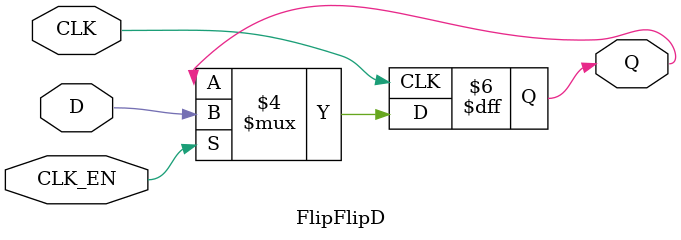
<source format=v>
module FlipFlipD(
    input CLK, D, CLK_EN,
    output reg Q =0
    );
    
    always @ (posedge CLK) begin
        if(CLK_EN == 1) Q <= D;
    end
endmodule
</source>
